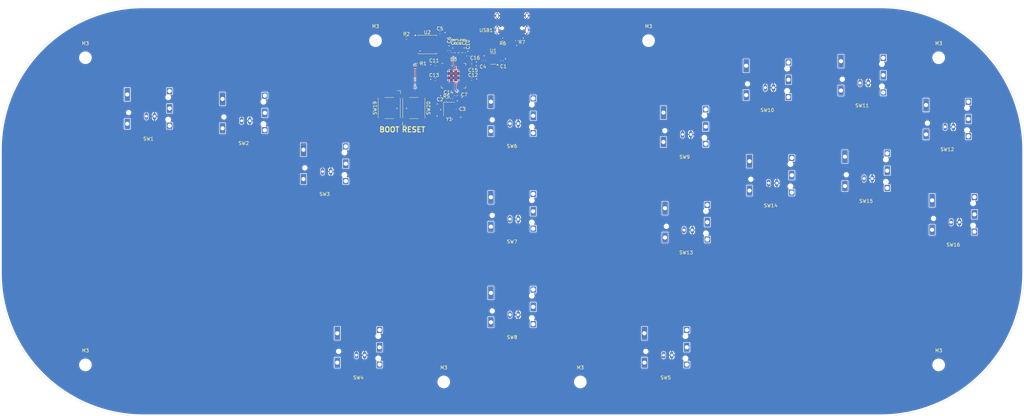
<source format=kicad_pcb>
(kicad_pcb (version 20240108) (generator "pcbnew") (generator_version "8.0")
  (layers (0 "F.Cu" signal) (31 "B.Cu" signal) (34 "B.Paste" user) (35 "F.Paste" user) (36 "B.SilkS" user "B.Silkscreen") (37 "F.SilkS" user "F.Silkscreen") (38 "B.Mask" user) (39 "F.Mask" user) (44 "Edge.Cuts" user))
  (net 0 "")
  (net 1 "+5V")
  (net 2 "GND")
  (net 3 "XIN")
  (net 4 "Net-(C3-Pad1)")
  (net 5 "+3V3")
  (net 6 "+1V1")
  (net 7 "Net-(R1-Pad2)")
  (net 8 "QSPI_SS")
  (net 9 "Net-(U3-USB_DP)")
  (net 10 "D+")
  (net 11 "D-")
  (net 12 "Net-(U3-USB_DM)")
  (net 13 "XOUT")
  (net 14 "Net-(USB1-CC2)")
  (net 15 "Net-(USB1-CC1)")
  (net 16 "LEFT")
  (net 17 "DOWN")
  (net 18 "RIGHT")
  (net 19 "UP1")
  (net 20 "UP2")
  (net 21 "S2")
  (net 22 "S1")
  (net 23 "A1")
  (net 24 "B3")
  (net 25 "B4")
  (net 26 "R1")
  (net 27 "L1")
  (net 28 "B1")
  (net 29 "B2")
  (net 30 "R2")
  (net 31 "L2")
  (net 32 "Net-(U3-RUN)")
  (net 36 "QSPI_SD0")
  (net 38 "QSPI_SCLK")
  (net 40 "QSPI_SD3")
  (net 44 "QSPI_SD2")
  (net 49 "QSPI_SD1")
  (footprint "Cherry_ULP:Cherry_ULP_TH" (layer "F.Cu") (at 215 137)
    (property "Reference" "SW7")
    (property "Value" "SW_Push")
  )
  (footprint "MountingHole:MountingHole_3.2mm_M3" (layer "F.Cu") (at 235 187)
    (property "Reference" "M3")
    (property "Value" "MountingHole_3.2mm_M3")
  )
  (footprint "Cherry_ULP:Cherry_ULP_TH" (layer "F.Cu") (at 289.79 98.45)
    (property "Reference" "SW10")
    (property "Value" "SW_Push")
  )
  (footprint "Capacitor_SMD:C_0402_1005Metric" (layer "F.Cu") (at 198.97 107.04 -90)
    (property "Reference" "C3")
    (property "Value" "30p")
  )
  (footprint "Cherry_ULP:Cherry_ULP_TH" (layer "F.Cu") (at 266.02 140.19)
    (property "Reference" "SW13")
    (property "Value" "SW_Push")
  )
  (footprint "Capacitor_SMD:C_0402_1005Metric" (layer "F.Cu") (at 193.87 84.64)
    (property "Reference" "C5")
    (property "Value" "100n")
  )
  (footprint "Resistor_SMD:R_0402_1005Metric" (layer "F.Cu") (at 197.27 103.94 90)
    (property "Reference" "R5")
    (property "Value" "1k")
  )
  (footprint "Capacitor_SMD:C_0402_1005Metric" (layer "F.Cu") (at 192.545 94.0025 180)
    (property "Reference" "C11")
    (property "Value" "100n")
  )
  (footprint "Capacitor_SMD:C_0402_1005Metric" (layer "F.Cu") (at 203.17 93.24)
    (property "Reference" "C16")
    (property "Value" "100n")
  )
  (footprint "Cherry_ULP:Cherry_ULP_TH" (layer "F.Cu") (at 136.37 108.17)
    (property "Reference" "SW2")
    (property "Value" "SW_Push")
  )
  (footprint "Button_Switch_SMD:SW_SPST_Omron_B3FS-100xP" (layer "F.Cu") (at 179.02 106.74 -90)
    (property "Reference" "SW19")
    (property "Value" "SW_Push")
  )
  (footprint "Capacitor_SMD:C_0402_1005Metric" (layer "F.Cu") (at 195.79 104.34)
    (property "Reference" "C2")
    (property "Value" "30p")
  )
  (footprint "Package_SO:SOIC-8_5.23x5.23mm_P1.27mm" (layer "F.Cu") (at 190.17 88.135)
    (property "Reference" "U2")
    (property "Value" "W25Q128JVS")
  )
  (footprint "Cherry_ULP:Cherry_ULP_TH" (layer "F.Cu") (at 318.73 125.09)
    (property "Reference" "SW15")
    (property "Value" "SW_Push")
  )
  (footprint "MountingHole:MountingHole_3.2mm_M3" (layer "F.Cu") (at 175 87)
    (property "Reference" "M3")
    (property "Value" "MountingHole_3.2mm_M3")
  )
  (footprint "Cherry_ULP:Cherry_ULP_TH" (layer "F.Cu") (at 317.57 97.11)
    (property "Reference" "SW11")
    (property "Value" "SW_Push")
  )
  (footprint "Cherry_ULP:Cherry_ULP_TH" (layer "F.Cu") (at 265.56 112.18)
    (property "Reference" "SW9")
    (property "Value" "SW_Push")
  )
  (footprint "Capacitor_SMD:C_0402_1005Metric" (layer "F.Cu") (at 206.87 92.84 90)
    (property "Reference" "C4")
    (property "Value" "1u")
  )
  (footprint "MountingHole:MountingHole_3.2mm_M3" (layer "F.Cu") (at 90 182)
    (property "Reference" "M3")
    (property "Value" "MountingHole_3.2mm_M3")
  )
  (footprint "RP2040:RP2040-QFN-56" (layer "F.Cu") (at 197.87 97.2775)
    (property "Reference" "U3")
    (property "Value" "RP2040")
  )
  (footprint "MountingHole:MountingHole_3.2mm_M3" (layer "F.Cu") (at 340 182)
    (property "Reference" "M3")
    (property "Value" "MountingHole_3.2mm_M3")
  )
  (footprint "Cherry_ULP:Cherry_ULP_TH" (layer "F.Cu") (at 160.09 123.06)
    (property "Reference" "SW3")
    (property "Value" "SW_Push")
  )
  (footprint "Resistor_SMD:R_0402_1005Metric" (layer "F.Cu") (at 212.29 86.6375 180)
    (property "Reference" "R6")
    (property "Value" "5.1k")
  )
  (footprint "Capacitor_SMD:C_0402_1005Metric" (layer "F.Cu") (at 202.07 91.52 90)
    (property "Reference" "C10")
    (property "Value" "1u")
  )
  (footprint "Cherry_ULP:Cherry_ULP_TH" (layer "F.Cu") (at 170 176.84)
    (property "Reference" "SW4")
    (property "Value" "SW_Push")
  )
  (footprint "MountingHole:MountingHole_3.2mm_M3" (layer "F.Cu") (at 255 87)
    (property "Reference" "M3")
    (property "Value" "MountingHole_3.2mm_M3")
  )
  (footprint "Capacitor_SMD:C_0402_1005Metric" (layer "F.Cu") (at 197.67 90.54 90)
    (property "Reference" "C9")
    (property "Value" "100n")
  )
  (footprint "Type-C:HRO-TYPE-C-31-M-12-Assembly" (layer "F.Cu") (at 215 77.0875 180)
    (property "Reference" "USB1")
    (property "Value" "HRO-TYPE-C-31-M-12")
  )
  (footprint "Cherry_ULP:Cherry_ULP_TH" (layer "F.Cu") (at 344.28 137.9)
    (property "Reference" "SW16")
    (property "Value" "SW_Push")
  )
  (footprint "Button_Switch_SMD:SW_SPST_Omron_B3FS-100xP" (layer "F.Cu") (at 186.22 106.74 90)
    (property "Reference" "SW20")
    (property "Value" "SW_Push")
  )
  (footprint "Cherry_ULP:Cherry_ULP_TH" (layer "F.Cu") (at 215 109)
    (property "Reference" "SW6")
    (property "Value" "SW_Push")
  )
  (footprint "Resistor_SMD:R_0402_1005Metric" (layer "F.Cu") (at 199.87 90.54 -90)
    (property "Reference" "R4")
    (property "Value" "27")
  )
  (footprint "Capacitor_SMD:C_0402_1005Metric" (layer "F.Cu") (at 196.57 89.94 90)
    (property "Reference" "C6")
    (property "Value" "100n")
  )
  (footprint "Crystal:Crystal_SMD_3225-4Pin_3.2x2.5mm" (layer "F.Cu") (at 196.57 107.04 -90)
    (property "Reference" "Y1")
    (property "Value" "Crystal_GND24")
  )
  (footprint "Cherry_ULP:Cherry_ULP_TH" (layer "F.Cu") (at 215 165)
    (property "Reference" "SW8")
    (property "Value" "SW_Push")
  )
  (footprint "Cherry_ULP:Cherry_ULP_TH" (layer "F.Cu") (at 260 176.84)
    (property "Reference" "SW5")
    (property "Value" "SW_Push")
  )
  (footprint "Cherry_ULP:Cherry_ULP_TH" (layer "F.Cu") (at 108.46 106.86)
    (property "Reference" "SW1")
    (property "Value" "SW_Push")
  )
  (footprint "Capacitor_SMD:C_0402_1005Metric" (layer "F.Cu") (at 192.545 98.3025 180)
    (property "Reference" "C13")
    (property "Value" "100n")
  )
  (footprint "Resistor_SMD:R_0402_1005Metric" (layer "F.Cu") (at 187.545 93.6025 -90)
    (property "Reference" "R1")
    (property "Value" "1k")
  )
  (footprint "Resistor_SMD:R_0402_1005Metric" (layer "F.Cu") (at 198.77 90.54 -90)
    (property "Reference" "R3")
    (property "Value" "27")
  )
  (footprint "Capacitor_SMD:C_0402_1005Metric" (layer "F.Cu") (at 212.07 92.84 90)
    (property "Reference" "C1")
    (property "Value" "1u")
  )
  (footprint "Capacitor_SMD:C_0402_1005Metric" (layer "F.Cu") (at 199.47 103.14 -90)
    (property "Reference" "C7")
    (property "Value" "100n")
  )
  (footprint "MountingHole:MountingHole_3.2mm_M3" (layer "F.Cu") (at 90 92)
    (property "Reference" "M3")
    (property "Value" "MountingHole_3.2mm_M3")
  )
  (footprint "Capacitor_SMD:C_0402_1005Metric" (layer "F.Cu") (at 198.37 103.14 -90)
    (property "Reference" "C14")
    (property "Value" "100n")
  )
  (footprint "Cherry_ULP:Cherry_ULP_TH" (layer "F.Cu") (at 342.5 109.96)
    (property "Reference" "SW12")
    (property "Value" "SW_Push")
  )
  (footprint "Resistor_SMD:R_0402_1005Metric" (layer "F.Cu") (at 184.07 86.24)
    (property "Reference" "R2")
    (property "Value" "10k")
  )
  (footprint "Package_TO_SOT_SMD:SOT-23-5" (layer "F.Cu") (at 209.47 92.34 180)
    (property "Reference" "U1")
    (property "Value" "TLV73333PDBV")
  )
  (footprint "MountingHole:MountingHole_3.2mm_M3" (layer "F.Cu") (at 340 92)
    (property "Reference" "M3")
    (property "Value" "MountingHole_3.2mm_M3")
  )
  (footprint "Resistor_SMD:R_0402_1005Metric" (layer "F.Cu") (at 216.4 87.0375 -90)
    (property "Reference" "R7")
    (property "Value" "5.1k")
  )
  (footprint "Capacitor_SMD:C_0402_1005Metric" (layer "F.Cu") (at 203.17 98.24)
    (property "Reference" "C12")
    (property "Value" "100n")
  )
  (footprint "MountingHole:MountingHole_3.2mm_M3" (layer "F.Cu") (at 195 187)
    (property "Reference" "M3")
    (property "Value" "MountingHole_3.2mm_M3")
  )
  (footprint "Capacitor_SMD:C_0402_1005Metric" (layer "F.Cu") (at 200.97 90.54 90)
    (property "Reference" "C8")
    (property "Value" "1u")
  )
  (footprint "Cherry_ULP:Cherry_ULP_TH" (layer "F.Cu") (at 290.77 126.42)
    (property "Reference" "SW14")
    (property "Value" "SW_Push")
  )
  (footprint "Capacitor_SMD:C_0402_1005Metric" (layer "F.Cu") (at 203.17 94.34)
    (property "Reference" "C15")
    (property "Value" "100n")
  )
  (gr_line (start 365 155) (end 365 119) (stroke (width 0.05)) (layer "Edge.Cuts"))
  (gr_line (start 107 197) (end 323 197) (stroke (width 0.05)) (layer "Edge.Cuts"))
  (gr_line (start 65 119) (end 65 155) (stroke (width 0.05)) (layer "Edge.Cuts"))
  (gr_arc (start 323 77) (mid 352.698485 89.301515) (end 365 119) (stroke (width 0.05)) (layer "Edge.Cuts"))
  (gr_arc (start 65 119) (mid 77.301515 89.301515) (end 107 77) (stroke (width 0.05)) (layer "Edge.Cuts"))
  (gr_line (start 323 77) (end 107 77) (stroke (width 0.05)) (layer "Edge.Cuts"))
  (gr_arc (start 365 155) (mid 352.698485 184.698485) (end 323 197) (stroke (width 0.05)) (layer "Edge.Cuts"))
  (gr_arc (start 107 197) (mid 77.301515 184.698485) (end 65 155) (stroke (width 0.05)) (layer "Edge.Cuts"))
  (gr_text "BOOT" (at 175.97 113.94 0) (layer "F.SilkS") (effects (font (size 1.5 1.5) (thickness 0.3) (bold yes)) (justify left bottom)))
  (gr_text "RESET" (at 182.57 113.94 0) (layer "F.SilkS") (effects (font (size 1.5 1.5) (thickness 0.3) (bold yes)) (justify left bottom)))
  (segment (start 213.10995 91.39) (end 210.6075 91.39) (width 0.4) (layer "F.Cu") (net 1))
  (segment (start 214.049975 92.349975) (end 214.049975 92.330025) (width 0.4) (layer "F.Cu") (net 1))
  (segment (start 210.6375 93.32) (end 210.6075 93.29) (width 0.4) (layer "F.Cu") (net 1))
  (segment (start 213.3 83.2575) (end 212.55 84.0075) (width 0.4) (layer "F.Cu") (net 1))
  (segment (start 212.55 84.0075) (end 212.55 84.7825) (width 0.4) (layer "F.Cu") (net 1))
  (segment (start 212.07 93.32) (end 210.6375 93.32) (width 0.4) (layer "F.Cu") (net 1))
  (segment (start 217.45 88.94995) (end 217.45 84.7825) (width 0.4) (layer "F.Cu") (net 1))
  (segment (start 214.049975 92.330025) (end 213.10995 91.39) (width 0.4) (layer "F.Cu") (net 1))
  (segment (start 217.45 84.7825) (end 217.45 83.993516) (width 0.4) (layer "F.Cu") (net 1))
  (segment (start 212.07 93.32) (end 213.07995 93.32) (width 0.4) (layer "F.Cu") (net 1))
  (segment (start 213.07995 93.32) (end 214.049975 92.349975) (width 0.4) (layer "F.Cu") (net 1))
  (segment (start 217.45 83.993516) (end 216.713984 83.2575) (width 0.4) (layer "F.Cu") (net 1))
  (segment (start 214.049975 92.349975) (end 217.45 88.94995) (width 0.4) (layer "F.Cu") (net 1))
  (segment (start 216.713984 83.2575) (end 213.3 83.2575) (width 0.4) (layer "F.Cu") (net 1))
  (segment (start 195.72 108.14) (end 195.72 108.04) (width 0.2) (layer "F.Cu") (net 2))
  (segment (start 206.87 92.36) (end 206.87 91.44) (width 0.4) (layer "F.Cu") (net 2))
  (segment (start 184.07 106.84) (end 183.97 106.94) (width 0.2) (layer "F.Cu") (net 2))
  (segment (start 181.27 102.74) (end 181.27 106.84) (width 0.2) (layer "F.Cu") (net 2))
  (segment (start 194.82 107.14) (end 194.82 104.83) (width 0.2) (layer "F.Cu") (net 2))
  (segment (start 216.4 87.5475) (end 216.4 88.4375) (width 0.2) (layer "F.Cu") (net 2))
  (segment (start 184.07 106.84) (end 183.97 106.74) (width 0.2) (layer "F.Cu") (net 2))
  (segment (start 196.57 89.46) (end 196.57 88.54) (width 0.2) (layer "F.Cu") (net 2))
  (segment (start 196.62 109.14) (end 198.17 109.14) (width 0.2) (layer "F.Cu") (net 2))
  (segment (start 218.25 86.1975) (end 218.29 86.2375) (width 0.4) (layer "F.Cu") (net 2))
  (segment (start 210.6075 92.34) (end 212.05 92.34) (width 0.4) (layer "F.Cu") (net 2))
  (segment (start 197.67 90.06) (end 197.67 89.14) (width 0.2) (layer "F.Cu") (net 2))
  (segment (start 197.42 105.94) (end 197.42 106.04) (width 0.2) (layer "F.Cu") (net 2))
  (segment (start 218.405 84.7825) (end 219.32 83.8675) (width 0.4) (layer "F.Cu") (net 2))
  (segment (start 191.2075 94.0025) (end 191.17 94.04) (width 0.2) (layer "F.Cu") (net 2))
  (segment (start 191.2075 98.3025) (end 191.17 98.34) (width 0.2) (layer "F.Cu") (net 2))
  (segment (start 199.47 103.62) (end 200.35 103.62) (width 0.2) (layer "F.Cu") (net 2))
  (segment (start 211.75 86.6075) (end 211.78 86.6375) (width 0.2) (layer "F.Cu") (net 2))
  (segment (start 195.31 103.6) (end 196.37 102.54) (width 0.2) (layer "F.Cu") (net 2))
  (segment (start 194.35 84.64) (end 195.37 84.64) (width 0.4) (layer "F.Cu") (net 2))
  (segment (start 181.27 106.84) (end 181.27 110.74) (width 0.2) (layer "F.Cu") (net 2))
  (segment (start 195.72 108.04) (end 194.82 107.14) (width 0.2) (layer "F.Cu") (net 2))
  (segment (start 194.82 104.83) (end 195.31 104.34) (width 0.2) (layer "F.Cu") (net 2))
  (segment (start 211.75 84.7825) (end 211.75 86.6075) (width 0.2) (layer "F.Cu") (net 2))
  (segment (start 202.07 91.04) (end 202.07 90.14) (width 0.2) (layer "F.Cu") (net 2))
  (segment (start 198.37 104.04) (end 198.97 104.64) (width 0.2) (layer "F.Cu") (net 2))
  (segment (start 200.97 90.06) (end 200.97 89.14) (width 0.2) (layer "F.Cu") (net 2))
  (segment (start 196.87 102.04) (end 196.87 100.715) (width 0.2) (layer "F.Cu") (net 2))
  (segment (start 198.17 109.14) (end 198.97 108.34) (width 0.2) (layer "F.Cu") (net 2))
  (segment (start 218.25 84.7825) (end 218.25 86.1975) (width 0.4) (layer "F.Cu") (net 2))
  (segment (start 203.65 93.24) (end 204.57 93.24) (width 0.2) (layer "F.Cu") (net 2))
  (segment (start 195.72 108.14) (end 195.72 108.24) (width 0.2) (layer "F.Cu") (net 2))
  (segment (start 213.05 92.36) (end 213.07 92.34) (width 0.4) (layer "F.Cu") (net 2))
  (segment (start 198.97 108.34) (end 198.97 107.52) (width 0.2) (layer "F.Cu") (net 2))
  (segment (start 195.72 108.24) (end 196.62 109.14) (width 0.2) (layer "F.Cu") (net 2))
  (segment (start 210.6075 92.34) (end 206.89 92.34) (width 0.4) (layer "F.Cu") (net 2))
  (segment (start 192.065 94.0025) (end 191.2075 94.0025) (width 0.2) (layer "F.Cu") (net 2))
  (segment (start 196.37 102.54) (end 196.87 102.04) (width 0.2) (layer "F.Cu") (net 2))
  (segment (start 211.595 84.7825) (end 210.68 83.8675) (width 0.4) (layer "F.Cu") (net 2))
  (segment (start 195.31 104.34) (end 195.31 103.6) (width 0.2) (layer "F.Cu") (net 2))
  (segment (start 192.065 98.3025) (end 191.2075 98.3025) (width 0.2) (layer "F.Cu") (net 2))
  (segment (start 203.65 98.24) (end 204.67 98.24) (width 0.2) (layer "F.Cu") (net 2))
  (segment (start 197.42 106.04) (end 195.72 107.74) (width 0.2) (layer "F.Cu") (net 2))
  (segment (start 200.35 103.62) (end 200.37 103.64) (width 0.2) (layer "F.Cu") (net 2))
  (segment (start 203.65 94.34) (end 204.57 94.34) (width 0.2) (layer "F.Cu") (net 2))
  (segment (start 211.75 84.7825) (end 211.595 84.7825) (width 0.2) (layer "F.Cu") (net 2))
  (segment (start 218.405 84.7825) (end 218.25 84.7825) (width 0.4) (layer "F.Cu") (net 2))
  (segment (start 186.57 90.04) (end 188.07 90.04) (width 0.2) (layer "F.Cu") (net 2))
  (segment (start 212.05 92.34) (end 212.07 92.36) (width 0.4) (layer "F.Cu") (net 2))
  (segment (start 206.89 92.34) (end 206.87 92.36) (width 0.2) (layer "F.Cu") (net 2))
  (segment (start 212.07 92.36) (end 213.05 92.36) (width 0.4) (layer "F.Cu") (net 2))
  (segment (start 183.97 106.74) (end 183.97 102.74) (width 0.2) (layer "F.Cu") (net 2))
  (segment (start 183.97 106.94) (end 183.97 110.74) (width 0.2) (layer "F.Cu") (net 2))
  (segment (start 195.72 107.74) (end 195.72 108.14) (width 0.2) (layer "F.Cu") (net 2))
  (segment (start 198.37 103.62) (end 198.37 104.04) (width 0.2) (layer "F.Cu") (net 2))
  (via (at 204.57 94.34) (size 0.6) (drill 0.3) (layers "F.Cu" "B.Cu") (net 2))
  (via (at 193.07 105.54) (size 0.6) (drill 0.3) (layers "F.Cu" "B.Cu") (net 2))
  (via (at 202.07 90.14) (size 0.6) (drill 0.3) (layers "F.Cu" "B.Cu") (net 2))
  (via (at 200.97 89.14) (size 0.6) (drill 0.3) (layers "F.Cu" "B.Cu") (net 2))
  (via (at 194.07 103.14) (size 0.6) (drill 0.3) (layers "F.Cu" "B.Cu") (net 2))
  (via (at 216.4 88.4375) (size 0.6) (drill 0.3) (layers "F.Cu" "B.Cu") (net 2))
  (via (at 199.97 109.44) (size 0.6) (drill 0.3) (layers "F.Cu" "B.Cu") (net 2))
  (via (at 200.67 106.44) (size 0.6) (drill 0.3) (layers "F.Cu" "B.Cu") (net 2))
  (via (at 193.07 109.04) (size 0.6) (drill 0.3) (layers "F.Cu" "B.Cu") (net 2))
  (via (at 191.17 98.34) (size 0.6) (drill 0.3) (layers "F.Cu" "B.Cu") (net 2))
  (via (at 196.37 102.54) (size 0.6) (drill 0.3) (layers "F.Cu" "B.Cu") (net 2))
  (via (at 198.97 104.64) (size 0.6) (drill 0.3) (layers "F.Cu" "B.Cu") (net 2))
  (via (at 184.07 106.84) (size 0.6) (drill 0.3) (layers "F.Cu" "B.Cu") (net 2))
  (via (at 204.57 93.24) (size 0.6) (drill 0.3) (layers "F.Cu" "B.Cu") (net 2))
  (via (at 197.47 109.94) (size 0.6) (drill 0.3) (layers "F.Cu" "B.Cu") (net 2))
  (via (at 191.17 94.04) (size 0.6) (drill 0.3) (layers "F.Cu" "B.Cu") (net 2))
  (via (at 181.27 106.84) (size 0.6) (drill 0.3) (layers "F.Cu" "B.Cu") (net 2))
  (via (at 197.67 89.14) (size 0.6) (drill 0.3) (layers "F.Cu" "B.Cu") (net 2))
  (via (at 188.07 90.04) (size 0.6) (drill 0.3) (layers "F.Cu" "B.Cu") (net 2))
  (via (at 196.57 88.54) (size 0.6) (drill 0.3) (layers "F.Cu" "B.Cu") (net 2))
  (via (at 200.37 103.64) (size 0.6) (drill 0.3) (layers "F.Cu" "B.Cu") (net 2))
  (via (at 195.37 84.64) (size 0.6) (drill 0.3) (layers "F.Cu" "B.Cu") (net 2))
  (via (at 218.29 86.2375) (size 0.6) (drill 0.3) (layers "F.Cu" "B.Cu") (net 2))
  (via (at 213.07 92.34) (size 0.6) (drill 0.3) (layers "F.Cu" "B.Cu") (net 2))
  (via (at 194.07 107.24) (size 0.6) (drill 0.3) (layers "F.Cu" "B.Cu") (net 2))
  (via (at 204.67 98.24) (size 0.6) (drill 0.3) (layers "F.Cu" "B.Cu") (net 2))
  (via (at 206.87 91.44) (size 0.6) (drill 0.3) (layers "F.Cu" "B.Cu") (net 2))
  (segment (start 196.27 105.39) (end 195.72 105.94) (width 0.2) (layer "F.Cu") (net 3))
  (segment (start 197.27 100.715) (end 197.27 102.491076) (width 0.2) (layer "F.Cu") (net 3))
  (segment (start 197.27 102.491076) (end 196.27 103.491076) (width 0.2) (layer "F.Cu") (net 3))
  (segment (start 196.27 104.34) (end 196.27 105.39) (width 0.2) (layer "F.Cu") (net 3))
  (segment (start 196.27 103.491076) (end 196.27 104.34) (width 0.2) (layer "F.Cu") (net 3))
  (segment (start 197.27 104.45) (end 197.83 104.45) (width 0.2) (layer "F.Cu") (net 4))
  (segment (start 197.42 108.133866) (end 197.42 108.14) (width 0.2) (layer "F.Cu") (net 4))
  (segment (start 198.97 105.59) (end 198.97 106.56) (width 0.2) (layer "F.Cu") (net 4))
  (segment (start 198.97 106.583866) (end 197.42 108.133866) (width 0.2) (layer "F.Cu") (net 4))
  (segment (start 197.83 104.45) (end 198.97 105.59) (width 0.2) (layer "F.Cu") (net 4))
  (segment (start 198.97 106.56) (end 198.97 106.583866) (width 0.2) (layer "F.Cu") (net 4))
  (segment (start 198.47 93.84) (end 198.47 92.44) (width 0.2) (layer "F.Cu") (net 5))
  (segment (start 206.9 93.29) (end 206.87 93.32) (width 0.2) (layer "F.Cu") (net 5))
  (segment (start 193.025 94.0025) (end 193.025 94.120056) (width 0.4) (layer "F.Cu") (net 5))
  (segment (start 194.4325 94.6775) (end 194.295 94.54) (width 0.2) (layer "F.Cu") (net 5))
  (segment (start 184.71 84.64) (end 193.39 84.64) (width 0.4) (layer "F.Cu") (net 5))
  (segment (start 198.47 92.44) (end 198.47 91.82) (width 0.2) (layer "F.Cu") (net 5))
  (segment (start 194.27 94.54) (end 193.7575 94.0275) (width 0.4) (layer "F.Cu") (net 5))
  (segment (start 193.025 94.120056) (end 192.305056 94.84) (width 0.4) (layer "F.Cu") (net 5))
  (segment (start 193.7575 94.0275) (end 193.7575 94.0025) (width 0.2) (layer "F.Cu") (net 5))
  (segment (start 201.11 92) (end 200.07 93.04) (width 0.2) (layer "F.Cu") (net 5))
  (segment (start 201.3075 94.6775) (end 202.3525 94.6775) (width 0.2) (layer "F.Cu") (net 5))
  (segment (start 198.07 92.84) (end 198.47 92.44) (width 0.2) (layer "F.Cu") (net 5))
  (segment (start 200.47 93.84) (end 200.47 93.24) (width 0.2) (layer "F.Cu") (net 5))
  (segment (start 200.07 93.04) (end 200.07 93.84) (width 0.2) (layer "F.Cu") (net 5))
  (segment (start 200.47 93.24) (end 202.69 93.24) (width 0.2) (layer "F.Cu") (net 5))
  (segment (start 200.5075 94.6775) (end 200.47 94.64) (width 0.2) (layer "F.Cu") (net 5))
  (segment (start 202.69 98.24) (end 202.6525 98.2775) (width 0.2) (layer "F.Cu") (net 5))
  (segment (start 198.07 93.84) (end 198.07 92.84) (width 0.2) (layer "F.Cu") (net 5))
  (segment (start 200.07 94.54) (end 200.17 94.64) (width 0.2) (layer "F.Cu") (net 5))
  (segment (start 198.07 100.715) (end 198.07 102.36) (width 0.2) (layer "F.Cu") (net 5))
  (segment (start 198.47 91.82) (end 197.67 91.02) (width 0.2) (layer "F.Cu") (net 5))
  (segment (start 195.1775 98.2775) (end 195.2 98.3) (width 0.2) (layer "F.Cu") (net 5))
  (segment (start 201.3075 94.6775) (end 200.5075 94.6775) (width 0.2) (layer "F.Cu") (net 5))
  (segment (start 194.295 94.54) (end 194.27 94.54) (width 0.2) (layer "F.Cu") (net 5))
  (segment (start 183.56 85.79) (end 184.71 84.64) (width 0.4) (layer "F.Cu") (net 5))
  (segment (start 193.39 85.85) (end 193.77 86.23) (width 0.4) (layer "F.Cu") (net 5))
  (segment (start 202.07 92) (end 201.11 92) (width 0.2) (layer "F.Cu") (net 5))
  (segment (start 198.07 93.84) (end 198.07 94.37386) (width 0.2) (layer "F.Cu") (net 5))
  (segment (start 200.47 94.64) (end 200.47 93.84) (width 0.2) (layer "F.Cu") (net 5))
  (segment (start 183.56 92.11995) (end 183.56 86.24) (width 0.4) (layer "F.Cu") (net 5))
  (segment (start 200.4225 98.2775) (end 200.4 98.3) (width 0.2) (layer "F.Cu") (net 5))
  (segment (start 200.07 93.84) (end 200.07 94.54) (width 0.2) (layer "F.Cu") (net 5))
  (segment (start 197.80386 94.64) (end 197.77 94.64) (width 0.2) (layer "F.Cu") (net 5))
  (segment (start 204.43 92) (end 205.75 93.32) (width 0.4) (layer "F.Cu") (net 5))
  (segment (start 183.56 86.24) (end 183.56 85.79) (width 0.4) (layer "F.Cu") (net 5))
  (segment (start 195.1775 94.6775) (end 195.3 94.8) (width 0.2) (layer "F.Cu") (net 5))
  (segment (start 194.4325 94.6775) (end 195.1775 94.6775) (width 0.2) (layer "F.Cu") (net 5))
  (segment (start 202.6525 98.2775) (end 201.3075 98.2775) (width 0.2) (layer "F.Cu") (net 5))
  (segment (start 208.3325 93.29) (end 206.9 93.29) (width 0.2) (layer "F.Cu") (net 5))
  (segment (start 198.07 102.36) (end 198.37 102.66) (width 0.2) (layer "F.Cu") (net 5))
  (segment (start 201.3075 98.2775) (end 200.4225 98.2775) (width 0.2) (layer "F.Cu") (net 5))
  (segment (start 193.05 98.2775) (end 193.025 98.3025) (width 0.4) (layer "F.Cu") (net 5))
  (segment (start 192.305056 94.84) (end 186.28005 94.84) (width 0.4) (layer "F.Cu") (net 5))
  (segment (start 202.3525 94.6775) (end 202.69 94.34) (width 0.2) (layer "F.Cu") (net 5))
  (segment (start 186.28005 94.84) (end 183.56 92.11995) (width 0.4) (layer "F.Cu") (net 5))
  (segment (start 194.4325 98.2775) (end 195.1775 98.2775) (width 0.2) (layer "F.Cu") (net 5))
  (segment (start 194.4325 98.2775) (end 193.05 98.2775) (width 0.2) (layer "F.Cu") (net 5))
  (segment (start 198.07 94.37386) (end 197.80386 94.64) (width 0.2) (layer "F.Cu") (net 5))
  (segment (start 198.07 100.715) (end 198.07 99.94) (width 0.2) (layer "F.Cu") (net 5))
  (segment (start 193.39 84.64) (end 193.39 85.85) (width 0.4) (layer "F.Cu") (net 5))
  (segment (start 198.47 94.34) (end 198.17 94.64) (width 0.2) (layer "F.Cu") (net 5))
  (segment (start 193.025 94.0025) (end 193.7575 94.0025) (width 0.4) (layer "F.Cu") (net 5))
  (segment (start 202.07 92) (end 204.43 92) (width 0.4) (layer "F.Cu") (net 5))
  (segment (start 205.75 93.32) (end 206.87 93.32) (width 0.4) (layer "F.Cu") (net 5))
  (segment (start 198.47 93.84) (end 198.47 94.34) (width 0.2) (layer "F.Cu") (net 5))
  (segment (start 199.47 102.34) (end 198.97 101.84) (width 0.2) (layer "F.Cu") (net 6))
  (segment (start 196.57 90.94) (end 196.57 90.42) (width 0.2) (layer "F.Cu") (net 6))
  (segment (start 198.97 101.84) (end 198.47 101.34) (width 0.2) (layer "F.Cu") (net 6))
  (segment (start 199.47 102.66) (end 199.47 102.34) (width 0.2) (layer "F.Cu") (net 6))
  (segment (start 199.67 92.32) (end 199.67 93.84) (width 0.2) (layer "F.Cu") (net 6))
  (segment (start 199.67 93.84) (end 199.67 94.44) (width 0.2) (layer "F.Cu") (net 6))
  (segment (start 198.47 101.34) (end 198.47 100.715) (width 0.2) (layer "F.Cu") (net 6))
  (segment (start 197.67 92.04) (end 196.57 90.94) (width 0.2) (layer "F.Cu") (net 6))
  (segment (start 200.97 91.02) (end 199.67 92.32) (width 0.2) (layer "F.Cu") (net 6))
  (segment (start 197.67 93.84) (end 197.67 92.04) (width 0.2) (layer "F.Cu") (net 6))
  (segment (start 199.67 94.44) (end 199.47 94.64) (width 0.2) (layer "F.Cu") (net 6))
  (via (at 198.97 101.84) (size 0.6) (drill 0.3) (layers "F.Cu" "B.Cu") (net 6))
  (via (at 198.67 95.14) (size 0.6) (drill 0.3) (layers "F.Cu" "B.Cu") (net 6))
  (via (at 198.47 99.3775) (size 0.6) (drill 0.3) (layers "F.Cu" "B.Cu") (net 6))
  (via (at 197.67 92.04) (size 0.6) (drill 0.3) (layers "F.Cu" "B.Cu") (net 6))
  (segment (start 198.47 99.3775) (end 198.47 101.34) (width 0.4) (layer "B.Cu") (net 6))
  (segment (start 198.47 101.34) (end 198.97 101.84) (width 0.4) (layer "B.Cu") (net 6))
  (segment (start 197.67 94.14) (end 198.67 95.14) (width 0.4) (layer "B.Cu") (net 6))
  (segment (start 197.67 92.04) (end 197.67 94.14) (width 0.4) (layer "B.Cu") (net 6))
  (segment (start 187.5175 94.14) (end 187.545 94.1125) (width 0.2) (layer "F.Cu") (net 7))
  (segment (start 178.77 100.74) (end 186.57 100.74) (width 0.2) (layer "F.Cu") (net 7))
  (segment (start 176.77 110.74) (end 176.77 102.74) (width 0.2) (layer "F.Cu") (net 7))
  (segment (start 186.57 94.14) (end 187.5175 94.14) (width 0.2) (layer "F.Cu") (net 7))
  (segment (start 176.77 102.74) (end 178.77 100.74) (width 0.2) (layer "F.Cu") (net 7))
  (via (at 186.57 94.14) (size 0.6) (drill 0.3) (layers "F.Cu" "B.Cu") (net 7))
  (via (at 186.57 100.74) (size 0.6) (drill 0.3) (layers "F.Cu" "B.Cu") (net 7))
  (segment (start 186.57 100.74) (end 186.57 94.14) (width 0.2) (layer "B.Cu") (net 7))
  (segment (start 184.59 86.23) (end 184.58 86.24) (width 0.2) (layer "F.Cu") (net 8))
  (segment (start 184.32 86.64) (end 184.58 86.38) (width 0.2) (layer "F.Cu") (net 8))
  (segment (start 186.57 86.23) (end 184.59 86.23) (width 0.2) (layer "F.Cu") (net 8))
  (segment (start 184.58 86.38) (end 184.58 86.24) (width 0.2) (layer "F.Cu") (net 8))
  (segment (start 187.545 93.0925) (end 185.6725 93.0925) (width 0.2) (layer "F.Cu") (net 8))
  (segment (start 195.27 93.84) (end 194.5225 93.0925) (width 0.2) (layer "F.Cu") (net 8))
  (segment (start 194.5225 93.0925) (end 187.545 93.0925) (width 0.2) (layer "F.Cu") (net 8))
  (segment (start 185.6725 93.0925) (end 184.32 91.74) (width 0.2) (layer "F.Cu") (net 8))
  (segment (start 184.32 91.74) (end 184.32 86.64) (width 0.2) (layer "F.Cu") (net 8))
  (segment (start 198.87 91.15) (end 198.77 91.05) (width 0.2) (layer "F.Cu") (net 9))
  (segment (start 198.87 93.84) (end 198.87 91.15) (width 0.2) (layer "F.Cu") (net 9))
  (segment (start 215.25 83.8075) (end 215.25 84.7825) (width 0.2) (layer "F.Cu") (net 10))
  (segment (start 214.25 84.7825) (end 214.25 86.55) (width 0.2) (layer "F.Cu") (net 10))
  (segment (start 215.2 83.7575) (end 215.25 83.8075) (width 0.2) (layer "F.Cu") (net 10))
  (segment (start 200.35 87.45) (end 198.77 89.03) (width 0.2) (layer "F.Cu") (net 10))
  (segment (start 213.35 87.45) (end 200.35 87.45) (width 0.2) (layer "F.Cu") (net 10))
  (segment (start 214.3 83.7575) (end 215.2 83.7575) (width 0.2) (layer "F.Cu") (net 10))
  (segment (start 198.77 89.03) (end 198.77 90.03) (width 0.2) (layer "F.Cu") (net 10))
  (segment (start 214.25 86.55) (end 213.35 87.45) (width 0.2) (layer "F.Cu") (net 10))
  (segment (start 214.25 83.8075) (end 214.3 83.7575) (width 0.2) (layer "F.Cu") (net 10))
  (segment (start 214.25 84.7825) (end 214.25 83.8075) (width 0.2) (layer "F.Cu") (net 10))
  (segment (start 215.75 85.8775) (end 215.75 84.7825) (width 0.2) (layer "F.Cu") (net 11))
  (segment (start 214.75 85.7975) (end 215.29 86.3375) (width 0.2) (layer "F.Cu") (net 11))
  (segment (start 215.29 86.3375) (end 215.75 85.8775) (width 0.2) (layer "F.Cu") (net 11))
  (segment (start 213.95 88.15) (end 215.29 86.81) (width 0.2) (layer "F.Cu") (net 11))
  (segment (start 214.75 84.7825) (end 214.75 85.7975) (width 0.2) (layer "F.Cu") (net 11))
  (segment (start 200.75 88.15) (end 213.95 88.15) (width 0.2) (layer "F.Cu") (net 11))
  (segment (start 199.87 89.03) (end 200.75 88.15) (width 0.2) (layer "F.Cu") (net 11))
  (segment (start 215.29 86.81) (end 215.29 86.3375) (width 0.2) (layer "F.Cu") (net 11))
  (segment (start 199.87 90.03) (end 199.87 89.03) (width 0.2) (layer "F.Cu") (net 11))
  (segment (start 199.27 91.65) (end 199.27 93.84) (width 0.2) (layer "F.Cu") (net 12))
  (segment (start 199.87 91.05) (end 199.27 91.65) (width 0.2) (layer "F.Cu") (net 12))
  (segment (start 197.67 103.03) (end 197.27 103.43) (width 0.2) (layer "F.Cu") (net 13))
  (segment (start 197.67 100.715) (end 197.67 103.03) (width 0.2) (layer "F.Cu") (net 13))
  (segment (start 212.8 86.6375) (end 213.25 86.1875) (width 0.2) (layer "F.Cu") (net 14))
  (segment (start 213.25 86.1875) (end 213.25 84.7825) (width 0.2) (layer "F.Cu") (net 14))
  (segment (start 216.25 86.3775) (end 216.25 84.7825) (width 0.2) (layer "F.Cu") (net 15))
  (segment (start 216.4 86.5275) (end 216.25 86.3775) (width 0.2) (layer "F.Cu") (net 15))
  (segment (start 112.5225 95.4775) (end 194.4325 95.4775) (width 0.2) (layer "F.Cu") (net 16))
  (segment (start 107.86 100.14) (end 112.5225 95.4775) (width 0.2) (layer "F.Cu") (net 16))
  (segment (start 107.86 109.16) (end 107.86 100.14) (width 0.2) (layer "F.Cu") (net 16))
  (segment (start 135.77 100.23) (end 140.1225 95.8775) (width 0.2) (layer "F.Cu") (net 17))
  (segment (start 135.77 110.47) (end 135.77 100.23) (width 0.2) (layer "F.Cu") (net 17))
  (segment (start 140.1225 95.8775) (end 194.4325 95.8775) (width 0.2) (layer "F.Cu") (net 17))
  (segment (start 159.49 100.01) (end 163.2225 96.2775) (width 0.2) (layer "F.Cu") (net 18))
  (segment (start 159.49 125.36) (end 159.49 100.01) (width 0.2) (layer "F.Cu") (net 18))
  (segment (start 163.2225 96.2775) (end 194.4325 96.2775) (width 0.2) (layer "F.Cu") (net 18))
  (segment (start 169.4 179.14) (end 169.4 100.1) (width 0.2) (layer "F.Cu") (net 19))
  (segment (start 169.4 100.1) (end 172.8225 96.6775) (width 0.2) (layer "F.Cu") (net 19))
  (segment (start 172.8225 96.6775) (end 194.4325 96.6775) (width 0.2) (layer "F.Cu") (net 19))
  (segment (start 171.25 100.25) (end 174.4225 97.0775) (width 0.2) (layer "F.Cu") (net 20))
  (segment (start 255.29 183.25) (end 200 183.25) (width 0.2) (layer "F.Cu") (net 20))
  (segment (start 174.4225 97.0775) (end 194.4325 97.0775) (width 0.2) (layer "F.Cu") (net 20))
  (segment (start 171.25 154.5) (end 171.25 100.25) (width 0.2) (layer "F.Cu") (net 20))
  (segment (start 200 183.25) (end 171.25 154.5) (width 0.2) (layer "F.Cu") (net 20))
  (segment (start 259.4 179.14) (end 255.29 183.25) (width 0.2) (layer "F.Cu") (net 20))
  (segment (start 175.15 111.22) (end 175.15 102.35) (width 0.2) (layer "F.Cu") (net 21))
  (segment (start 178.0225 99.4775) (end 194.4325 99.4775) (width 0.2) (layer "F.Cu") (net 21))
  (segment (start 210.2 115.5) (end 179.43 115.5) (width 0.2) (layer "F.Cu") (net 21))
  (segment (start 179.43 115.5) (end 175.15 111.22) (width 0.2) (layer "F.Cu") (net 21))
  (segment (start 175.15 102.35) (end 178.0225 99.4775) (width 0.2) (layer "F.Cu") (net 21))
  (segment (start 214.4 111.3) (end 210.2 115.5) (width 0.2) (layer "F.Cu") (net 21))
  (segment (start 174.75 102.184314) (end 177.856814 99.0775) (width 0.2) (layer "F.Cu") (net 22))
  (segment (start 177.856814 99.0775) (end 194.4325 99.0775) (width 0.2) (layer "F.Cu") (net 22))
  (segment (start 210.4 143.3) (end 183.3 143.3) (width 0.2) (layer "F.Cu") (net 22))
  (segment (start 183.3 143.3) (end 174.75 134.75) (width 0.2) (layer "F.Cu") (net 22))
  (segment (start 214.4 139.3) (end 210.4 143.3) (width 0.2) (layer "F.Cu") (net 22))
  (segment (start 174.75 134.75) (end 174.75 102.184314) (width 0.2) (layer "F.Cu") (net 22))
  (segment (start 173 101.25) (end 176.7725 97.4775) (width 0.2) (layer "F.Cu") (net 23))
  (segment (start 176.7725 97.4775) (end 194.4325 97.4775) (width 0.2) (layer "F.Cu") (net 23))
  (segment (start 200.05 171.3) (end 173 144.25) (width 0.2) (layer "F.Cu") (net 23))
  (segment (start 214.4 167.3) (end 210.4 171.3) (width 0.2) (layer "F.Cu") (net 23))
  (segment (start 173 144.25) (end 173 101.25) (width 0.2) (layer "F.Cu") (net 23))
  (segment (start 210.4 171.3) (end 200.05 171.3) (width 0.2) (layer "F.Cu") (net 23))
  (segment (start 264.96 114.48) (end 264.96 110.38) (width 0.2) (layer "F.Cu") (net 24))
  (segment (start 250.8575 96.2775) (end 201.3075 96.2775) (width 0.2) (layer "F.Cu") (net 24))
  (segment (start 264.96 110.38) (end 250.8575 96.2775) (width 0.2) (layer "F.Cu") (net 24))
  (segment (start 289.19 100.75) (end 289.19 96.65) (width 0.2) (layer "F.Cu") (net 25))
  (segment (start 289.19 96.65) (end 284.69 92.15) (width 0.2) (layer "F.Cu") (net 25))
  (segment (start 282.6 92.15) (end 278.8725 95.8775) (width 0.2) (layer "F.Cu") (net 25))
  (segment (start 278.8725 95.8775) (end 201.3075 95.8775) (width 0.2) (layer "F.Cu") (net 25))
  (segment (start 284.69 92.15) (end 282.6 92.15) (width 0.2) (layer "F.Cu") (net 25))
  (segment (start 312.47 90.81) (end 310.44 90.81) (width 0.2) (layer "F.Cu") (net 26))
  (segment (start 316.97 99.41) (end 316.97 95.31) (width 0.2) (layer "F.Cu") (net 26))
  (segment (start 282.434315 91.75) (end 278.706815 95.4775) (width 0.2) (layer "F.Cu") (net 26))
  (segment (start 310.44 90.81) (end 309.5 91.75) (width 0.2) (layer "F.Cu") (net 26))
  (segment (start 278.706815 95.4775) (end 201.3075 95.4775) (width 0.2) (layer "F.Cu") (net 26))
  (segment (start 316.97 95.31) (end 312.47 90.81) (width 0.2) (layer "F.Cu") (net 26))
  (segment (start 309.5 91.75) (end 282.434315 91.75) (width 0.2) (layer "F.Cu") (net 26))
  (segment (start 341.9 112.26) (end 341.9 107.865) (width 0.2) (layer "F.Cu") (net 27))
  (segment (start 278.541129 95.0775) (end 201.3075 95.0775) (width 0.2) (layer "F.Cu") (net 27))
  (segment (start 324.445 90.41) (end 310.274314 90.41) (width 0.2) (layer "F.Cu") (net 27))
  (segment (start 282.268629 91.35) (end 278.541129 95.0775) (width 0.2) (layer "F.Cu") (net 27))
  (segment (start 310.274314 90.41) (end 309.334314 91.35) (width 0.2) (layer "F.Cu") (net 27))
  (segment (start 341.9 107.865) (end 324.445 90.41) (width 0.2) (layer "F.Cu") (net 27))
  (segment (start 309.334314 91.35) (end 282.268629 91.35) (width 0.2) (layer "F.Cu") (net 27))
  (segment (start 232.9275 96.6775) (end 201.3075 96.6775) (width 0.2) (layer "F.Cu") (net 28))
  (segment (start 265.42 142.49) (end 261.42 146.49) (width 0.2) (layer "F.Cu") (net 28))
  (segment (start 258.74 146.49) (end 258.15 145.9) (width 0.2) (layer "F.Cu") (net 28))
  (segment (start 258.15 121.9) (end 232.9275 96.6775) (width 0.2) (layer "F.Cu") (net 28))
  (segment (start 258.15 145.9) (end 258.15 121.9) (width 0.2) (layer "F.Cu") (net 28))
  (segment (start 261.42 146.49) (end 258.74 146.49) (width 0.2) (layer "F.Cu") (net 28))
  (segment (start 258.14 146.89) (end 257.75 146.5) (width 0.2) (layer "F.Cu") (net 29))
  (segment (start 290.17 128.72) (end 290.17 129.72) (width 0.2) (layer "F.Cu") (net 29))
  (segment (start 257.75 146.5) (end 257.75 122.065686) (width 0.2) (layer "F.Cu") (net 29))
  (segment (start 273 146.89) (end 258.14 146.89) (width 0.2) (layer "F.Cu") (net 29))
  (segment (start 232.761814 97.0775) (end 201.3075 97.0775) (width 0.2) (layer "F.Cu") (net 29))
  (segment (start 257.75 122.065686) (end 232.761814 97.0775) (width 0.2) (layer "F.Cu") (net 29))
  (segment (start 290.17 129.72) (end 273 146.89) (width 0.2) (layer "F.Cu") (net 29))
  (segment (start 257.35 122.231372) (end 234.596128 99.4775) (width 0.2) (layer "F.Cu") (net 30))
  (segment (start 298.23 147.29) (end 257.974314 147.29) (width 0.2) (layer "F.Cu") (net 30))
  (segment (start 257.974314 147.29) (end 257.35 146.665686) (width 0.2) (layer "F.Cu") (net 30))
  (segment (start 318.13 127.39) (end 298.23 147.29) (width 0.2) (layer "F.Cu") (net 30))
  (segment (start 234.596128 99.4775) (end 201.3075 99.4775) (width 0.2) (layer "F.Cu") (net 30))
  (segment (start 257.35 146.665686) (end 257.35 122.231372) (width 0.2) (layer "F.Cu") (net 30))
  (segment (start 343.68 140.2) (end 336.19 147.69) (width 0.2) (layer "F.Cu") (net 31))
  (segment (start 256.901471 122.348529) (end 234.430442 99.8775) (width 0.2) (layer "F.Cu") (net 31))
  (segment (start 256.901471 146.782843) (end 256.901471 122.348529) (width 0.2) (layer "F.Cu") (net 31))
  (segment (start 234.430442 99.8775) (end 201.3075 99.8775) (width 0.2) (layer "F.Cu") (net 31))
  (segment (start 336.19 147.69) (end 257.808628 147.69) (width 0.2) (layer "F.Cu") (net 31))
  (segment (start 257.808628 147.69) (end 256.901471 146.782843) (width 0.2) (layer "F.Cu") (net 31))
  (segment (start 201.47 110.24) (end 201.47 102.24) (width 0.2) (layer "F.Cu") (net 32))
  (segment (start 201.47 102.24) (end 201.07 101.84) (width 0.2) (layer "F.Cu") (net 32))
  (segment (start 201.07 101.84) (end 200.26114 101.84) (width 0.2) (layer "F.Cu") (net 32))
  (segment (start 188.47 110.74) (end 200.97 110.74) (width 0.2) (layer "F.Cu") (net 32))
  (segment (start 200.97 110.74) (end 201.47 110.24) (width 0.2) (layer "F.Cu") (net 32))
  (segment (start 200.26114 101.84) (end 199.67 101.24886) (width 0.2) (layer "F.Cu") (net 32))
  (segment (start 199.67 101.24886) (end 199.67 100.715) (width 0.2) (layer "F.Cu") (net 32))
  (segment (start 188.47 110.74) (end 188.47 102.74) (width 0.2) (layer "F.Cu") (net 32))
  (segment (start 193.87 90.04) (end 196.27 92.44) (width 0.2) (layer "F.Cu") (net 36))
  (segment (start 196.47 92.8199) (end 196.47 93.84) (width 0.2) (layer "F.Cu") (net 36))
  (segment (start 196.27 92.44) (end 196.27 92.6199) (width 0.2) (layer "F.Cu") (net 36))
  (segment (start 193.77 90.04) (end 193.87 90.04) (width 0.2) (layer "F.Cu") (net 36))
  (segment (start 196.27 92.6199) (end 196.47 92.8199) (width 0.2) (layer "F.Cu") (net 36))
  (segment (start 193.940552 88.77) (end 193.77 88.77) (width 0.2) (layer "F.Cu") (net 38))
  (segment (start 196.87 92.654215) (end 196.67 92.454215) (width 0.2) (layer "F.Cu") (net 38))
  (segment (start 196.87 93.84) (end 196.87 92.654215) (width 0.2) (layer "F.Cu") (net 38))
  (segment (start 195.37 90.199448) (end 193.940552 88.77) (width 0.2) (layer "F.Cu") (net 38))
  (segment (start 196.67 92.19) (end 195.37 90.89) (width 0.2) (layer "F.Cu") (net 38))
  (segment (start 196.67 92.454215) (end 196.67 92.19) (width 0.2) (layer "F.Cu") (net 38))
  (segment (start 195.37 90.89) (end 195.37 90.199448) (width 0.2) (layer "F.Cu") (net 38))
  (segment (start 197.07 92.288529) (end 197.27 92.488529) (width 0.2) (layer "F.Cu") (net 40))
  (segment (start 194.569999 87.5) (end 195.96 88.890001) (width 0.2) (layer "F.Cu") (net 40))
  (segment (start 193.77 87.5) (end 194.569999 87.5) (width 0.2) (layer "F.Cu") (net 40))
  (segment (start 195.96 88.890001) (end 195.96 90.895686) (width 0.2) (layer "F.Cu") (net 40))
  (segment (start 197.07 92.005686) (end 197.07 92.288529) (width 0.2) (layer "F.Cu") (net 40))
  (segment (start 195.96 90.895686) (end 197.07 92.005686) (width 0.2) (layer "F.Cu") (net 40))
  (segment (start 197.27 92.488529) (end 197.27 93.84) (width 0.2) (layer "F.Cu") (net 40))
  (segment (start 185.89 88.77) (end 186.57 88.77) (width 0.2) (layer "F.Cu") (net 44))
  (segment (start 186.279448 91.19) (end 185.47 90.380552) (width 0.2) (layer "F.Cu") (net 44))
  (segment (start 196.07 93.84) (end 196.07 92.985586) (width 0.2) (layer "F.Cu") (net 44))
  (segment (start 195.87 92.785586) (end 195.87 92.69) (width 0.2) (layer "F.Cu") (net 44))
  (segment (start 185.47 89.19) (end 185.89 88.77) (width 0.2) (layer "F.Cu") (net 44))
  (segment (start 185.47 90.380552) (end 185.47 89.19) (width 0.2) (layer "F.Cu") (net 44))
  (segment (start 194.37 91.19) (end 186.279448 91.19) (width 0.2) (layer "F.Cu") (net 44))
  (segment (start 196.07 92.985586) (end 195.87 92.785586) (width 0.2) (layer "F.Cu") (net 44))
  (segment (start 195.87 92.69) (end 194.37 91.19) (width 0.2) (layer "F.Cu") (net 44))
  (segment (start 186.02 92.14) (end 194.50386 92.14) (width 0.2) (layer "F.Cu") (net 49))
  (segment (start 184.92 91.04) (end 186.02 92.14) (width 0.2) (layer "F.Cu") (net 49))
  (segment (start 184.92 88.350001) (end 184.92 91.04) (width 0.2) (layer "F.Cu") (net 49))
  (segment (start 186.57 87.5) (end 185.770001 87.5) (width 0.2) (layer "F.Cu") (net 49))
  (segment (start 195.67 93.30614) (end 195.67 93.84) (width 0.2) (layer "F.Cu") (net 49))
  (segment (start 185.770001 87.5) (end 184.92 88.350001) (width 0.2) (layer "F.Cu") (net 49))
  (segment (start 194.50386 92.14) (end 195.67 93.30614) (width 0.2) (layer "F.Cu") (net 49))
  (zone (net 6) (net_name "+1V1") (layer "F.Cu") (priority 1) (connect_pads (clearance 0.15)) (min_thickness 0.15) (fill yes (thermal_gap 0.5) (thermal_bridge_width 0.5))
    (polygon (pts (xy 199.77 95.44) (xy 195.97 95.44) (xy 195.97 99.14) (xy 198.77 99.14) (xy 198.77 99.64) (xy 198.17 99.64) (xy 198.17 99.54) (xy 195.57 99.54) (xy 195.57 95.04) (xy 198.37 95.04) (xy 198.37 94.84) (xy 198.97 94.84) (xy 198.97 94.54) (xy 199.77 94.54)))
  )
  (zone (net 5) (net_name "+3V3") (layer "F.Cu") (connect_pads (clearance 0.15)) (min_thickness 0.15) (fill yes (thermal_gap 0.5) (thermal_bridge_width 0.5))
    (polygon (pts (xy 195.07 94.54) (xy 195.07 100.04) (xy 200.67 100.04) (xy 200.67 94.54)))
  )
  (zone (net 1) (net_name "+5V") (layer "F.Cu") (connect_pads (clearance 0.2)) (min_thickness 0.2) (fill yes (thermal_gap 0.5) (thermal_bridge_width 0.5))
    (polygon (pts (xy 209.77 90.54) (xy 209.77 94.74) (xy 213.87 94.74) (xy 218.57 89.85) (xy 218.57 84.99) (xy 217.12 84.99) (xy 217.12 88.84) (xy 215.4 90.55)))
  )
  (zone (net 5) (net_name "+3V3") (layer "F.Cu") (connect_pads (clearance 0.2)) (min_thickness 0.2) (fill yes (thermal_gap 0.3) (thermal_bridge_width 0.3))
    (polygon (pts (xy 199.97 94.74) (xy 199.97 92.94) (xy 201.57 91.34) (xy 201.57 90.54) (xy 209.17 90.54) (xy 209.17 94.74)))
  )
  (zone (net 2) (net_name "GND") (layer "F.Cu") (priority 2) (connect_pads (clearance 0.2)) (min_thickness 0.2) (fill yes (thermal_gap 0.3) (thermal_bridge_width 0.3))
    (polygon (pts (xy 220.99 84.9375) (xy 208.99 84.9375) (xy 208.99 78.6375) (xy 220.99 78.6375)))
  )
  (zone (net 2) (net_name "GND") (layer "F.Cu") (connect_pads (clearance 0.2)) (min_thickness 0.25) (fill yes (thermal_gap 0.5) (thermal_bridge_width 0.5))
    (polygon (pts (xy 200.97 102.24) (xy 192.67 102.24) (xy 192.67 110.24) (xy 200.97 110.24)))
  )
  (zone (net 2) (net_name "GND") (layer "B.Cu") (priority 3) (connect_pads (clearance 0.2)) (min_thickness 0.2) (fill yes (thermal_gap 0.3) (thermal_bridge_width 0.3))
    (polygon (pts (xy 65 197) (xy 65 77) (xy 365 77) (xy 365 197)))
  )
)
</source>
